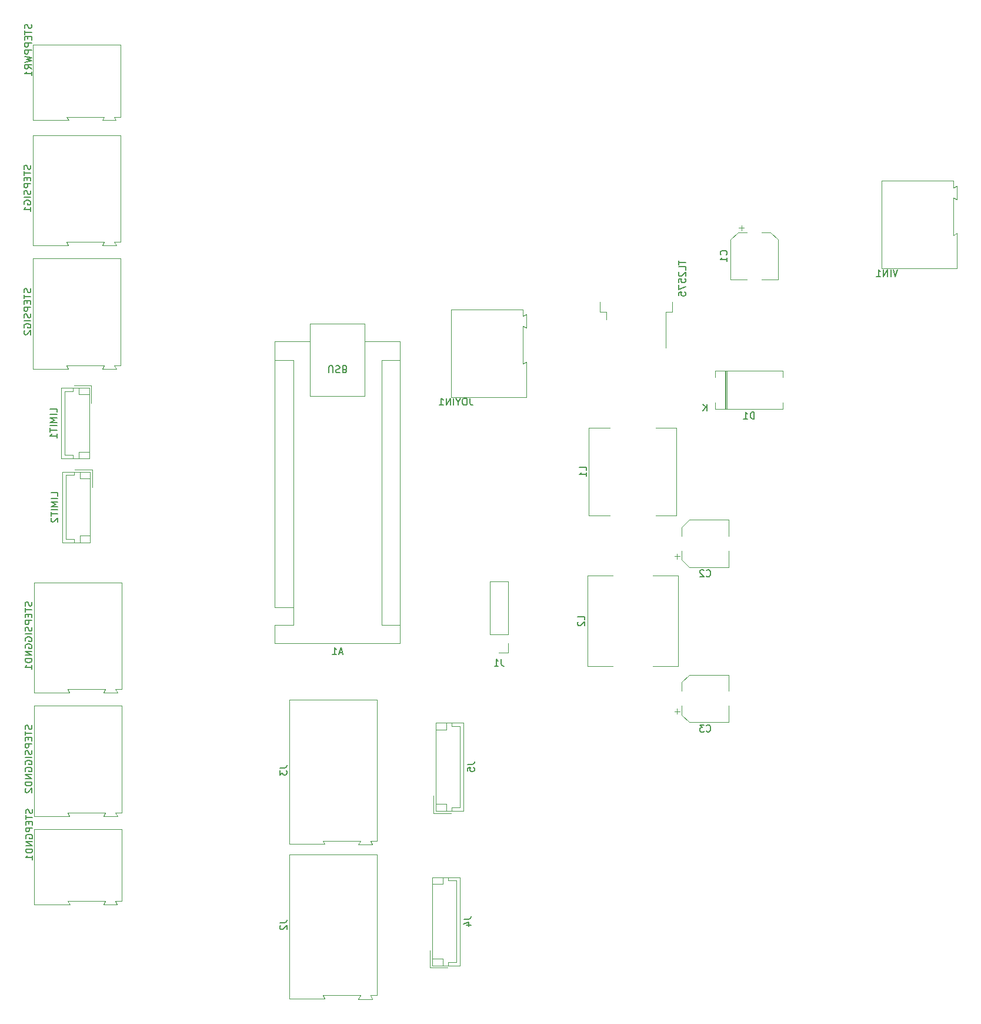
<source format=gbr>
%TF.GenerationSoftware,KiCad,Pcbnew,7.0.7-7.0.7~ubuntu22.04.1*%
%TF.CreationDate,2023-09-22T11:09:07-06:00*%
%TF.ProjectId,stepper_microscope_stage,73746570-7065-4725-9f6d-6963726f7363,1.1*%
%TF.SameCoordinates,Original*%
%TF.FileFunction,Legend,Bot*%
%TF.FilePolarity,Positive*%
%FSLAX46Y46*%
G04 Gerber Fmt 4.6, Leading zero omitted, Abs format (unit mm)*
G04 Created by KiCad (PCBNEW 7.0.7-7.0.7~ubuntu22.04.1) date 2023-09-22 11:09:07*
%MOMM*%
%LPD*%
G01*
G04 APERTURE LIST*
%ADD10C,0.150000*%
%ADD11C,0.120000*%
G04 APERTURE END LIST*
D10*
X67005635Y-97621906D02*
X67005635Y-97145716D01*
X67005635Y-97145716D02*
X66005635Y-97145716D01*
X67005635Y-97955240D02*
X66005635Y-97955240D01*
X67005635Y-98431430D02*
X66005635Y-98431430D01*
X66005635Y-98431430D02*
X66719920Y-98764763D01*
X66719920Y-98764763D02*
X66005635Y-99098096D01*
X66005635Y-99098096D02*
X67005635Y-99098096D01*
X67005635Y-99574287D02*
X66005635Y-99574287D01*
X66005635Y-99907620D02*
X66005635Y-100479048D01*
X67005635Y-100193334D02*
X66005635Y-100193334D01*
X66100873Y-100764763D02*
X66053254Y-100812382D01*
X66053254Y-100812382D02*
X66005635Y-100907620D01*
X66005635Y-100907620D02*
X66005635Y-101145715D01*
X66005635Y-101145715D02*
X66053254Y-101240953D01*
X66053254Y-101240953D02*
X66100873Y-101288572D01*
X66100873Y-101288572D02*
X66196111Y-101336191D01*
X66196111Y-101336191D02*
X66291349Y-101336191D01*
X66291349Y-101336191D02*
X66434206Y-101288572D01*
X66434206Y-101288572D02*
X67005635Y-100717144D01*
X67005635Y-100717144D02*
X67005635Y-101336191D01*
X66844819Y-85521906D02*
X66844819Y-85045716D01*
X66844819Y-85045716D02*
X65844819Y-85045716D01*
X66844819Y-85855240D02*
X65844819Y-85855240D01*
X66844819Y-86331430D02*
X65844819Y-86331430D01*
X65844819Y-86331430D02*
X66559104Y-86664763D01*
X66559104Y-86664763D02*
X65844819Y-86998096D01*
X65844819Y-86998096D02*
X66844819Y-86998096D01*
X66844819Y-87474287D02*
X65844819Y-87474287D01*
X65844819Y-87807620D02*
X65844819Y-88379048D01*
X66844819Y-88093334D02*
X65844819Y-88093334D01*
X66844819Y-89236191D02*
X66844819Y-88664763D01*
X66844819Y-88950477D02*
X65844819Y-88950477D01*
X65844819Y-88950477D02*
X65987676Y-88855239D01*
X65987676Y-88855239D02*
X66082914Y-88760001D01*
X66082914Y-88760001D02*
X66130533Y-88664763D01*
X125954819Y-136216666D02*
X126669104Y-136216666D01*
X126669104Y-136216666D02*
X126811961Y-136169047D01*
X126811961Y-136169047D02*
X126907200Y-136073809D01*
X126907200Y-136073809D02*
X126954819Y-135930952D01*
X126954819Y-135930952D02*
X126954819Y-135835714D01*
X125954819Y-137169047D02*
X125954819Y-136692857D01*
X125954819Y-136692857D02*
X126431009Y-136645238D01*
X126431009Y-136645238D02*
X126383390Y-136692857D01*
X126383390Y-136692857D02*
X126335771Y-136788095D01*
X126335771Y-136788095D02*
X126335771Y-137026190D01*
X126335771Y-137026190D02*
X126383390Y-137121428D01*
X126383390Y-137121428D02*
X126431009Y-137169047D01*
X126431009Y-137169047D02*
X126526247Y-137216666D01*
X126526247Y-137216666D02*
X126764342Y-137216666D01*
X126764342Y-137216666D02*
X126859580Y-137169047D01*
X126859580Y-137169047D02*
X126907200Y-137121428D01*
X126907200Y-137121428D02*
X126954819Y-137026190D01*
X126954819Y-137026190D02*
X126954819Y-136788095D01*
X126954819Y-136788095D02*
X126907200Y-136692857D01*
X126907200Y-136692857D02*
X126859580Y-136645238D01*
X125454819Y-158466666D02*
X126169104Y-158466666D01*
X126169104Y-158466666D02*
X126311961Y-158419047D01*
X126311961Y-158419047D02*
X126407200Y-158323809D01*
X126407200Y-158323809D02*
X126454819Y-158180952D01*
X126454819Y-158180952D02*
X126454819Y-158085714D01*
X125788152Y-159371428D02*
X126454819Y-159371428D01*
X125407200Y-159133333D02*
X126121485Y-158895238D01*
X126121485Y-158895238D02*
X126121485Y-159514285D01*
X160366666Y-131431724D02*
X160414285Y-131479344D01*
X160414285Y-131479344D02*
X160557142Y-131526963D01*
X160557142Y-131526963D02*
X160652380Y-131526963D01*
X160652380Y-131526963D02*
X160795237Y-131479344D01*
X160795237Y-131479344D02*
X160890475Y-131384105D01*
X160890475Y-131384105D02*
X160938094Y-131288867D01*
X160938094Y-131288867D02*
X160985713Y-131098391D01*
X160985713Y-131098391D02*
X160985713Y-130955534D01*
X160985713Y-130955534D02*
X160938094Y-130765058D01*
X160938094Y-130765058D02*
X160890475Y-130669820D01*
X160890475Y-130669820D02*
X160795237Y-130574582D01*
X160795237Y-130574582D02*
X160652380Y-130526963D01*
X160652380Y-130526963D02*
X160557142Y-130526963D01*
X160557142Y-130526963D02*
X160414285Y-130574582D01*
X160414285Y-130574582D02*
X160366666Y-130622201D01*
X160033332Y-130526963D02*
X159414285Y-130526963D01*
X159414285Y-130526963D02*
X159747618Y-130907915D01*
X159747618Y-130907915D02*
X159604761Y-130907915D01*
X159604761Y-130907915D02*
X159509523Y-130955534D01*
X159509523Y-130955534D02*
X159461904Y-131003153D01*
X159461904Y-131003153D02*
X159414285Y-131098391D01*
X159414285Y-131098391D02*
X159414285Y-131336486D01*
X159414285Y-131336486D02*
X159461904Y-131431724D01*
X159461904Y-131431724D02*
X159509523Y-131479344D01*
X159509523Y-131479344D02*
X159604761Y-131526963D01*
X159604761Y-131526963D02*
X159890475Y-131526963D01*
X159890475Y-131526963D02*
X159985713Y-131479344D01*
X159985713Y-131479344D02*
X160033332Y-131431724D01*
X98954819Y-158956666D02*
X99669104Y-158956666D01*
X99669104Y-158956666D02*
X99811961Y-158909047D01*
X99811961Y-158909047D02*
X99907200Y-158813809D01*
X99907200Y-158813809D02*
X99954819Y-158670952D01*
X99954819Y-158670952D02*
X99954819Y-158575714D01*
X99050057Y-159385238D02*
X99002438Y-159432857D01*
X99002438Y-159432857D02*
X98954819Y-159528095D01*
X98954819Y-159528095D02*
X98954819Y-159766190D01*
X98954819Y-159766190D02*
X99002438Y-159861428D01*
X99002438Y-159861428D02*
X99050057Y-159909047D01*
X99050057Y-159909047D02*
X99145295Y-159956666D01*
X99145295Y-159956666D02*
X99240533Y-159956666D01*
X99240533Y-159956666D02*
X99383390Y-159909047D01*
X99383390Y-159909047D02*
X99954819Y-159337619D01*
X99954819Y-159337619D02*
X99954819Y-159956666D01*
X130833333Y-121046963D02*
X130833333Y-121761248D01*
X130833333Y-121761248D02*
X130880952Y-121904105D01*
X130880952Y-121904105D02*
X130976190Y-121999344D01*
X130976190Y-121999344D02*
X131119047Y-122046963D01*
X131119047Y-122046963D02*
X131214285Y-122046963D01*
X129833333Y-122046963D02*
X130404761Y-122046963D01*
X130119047Y-122046963D02*
X130119047Y-121046963D01*
X130119047Y-121046963D02*
X130214285Y-121189820D01*
X130214285Y-121189820D02*
X130309523Y-121285058D01*
X130309523Y-121285058D02*
X130404761Y-121332677D01*
X63218016Y-130588811D02*
X63265635Y-130731668D01*
X63265635Y-130731668D02*
X63265635Y-130969763D01*
X63265635Y-130969763D02*
X63218016Y-131065001D01*
X63218016Y-131065001D02*
X63170396Y-131112620D01*
X63170396Y-131112620D02*
X63075158Y-131160239D01*
X63075158Y-131160239D02*
X62979920Y-131160239D01*
X62979920Y-131160239D02*
X62884682Y-131112620D01*
X62884682Y-131112620D02*
X62837063Y-131065001D01*
X62837063Y-131065001D02*
X62789444Y-130969763D01*
X62789444Y-130969763D02*
X62741825Y-130779287D01*
X62741825Y-130779287D02*
X62694206Y-130684049D01*
X62694206Y-130684049D02*
X62646587Y-130636430D01*
X62646587Y-130636430D02*
X62551349Y-130588811D01*
X62551349Y-130588811D02*
X62456111Y-130588811D01*
X62456111Y-130588811D02*
X62360873Y-130636430D01*
X62360873Y-130636430D02*
X62313254Y-130684049D01*
X62313254Y-130684049D02*
X62265635Y-130779287D01*
X62265635Y-130779287D02*
X62265635Y-131017382D01*
X62265635Y-131017382D02*
X62313254Y-131160239D01*
X62265635Y-131445954D02*
X62265635Y-132017382D01*
X63265635Y-131731668D02*
X62265635Y-131731668D01*
X62741825Y-132350716D02*
X62741825Y-132684049D01*
X63265635Y-132826906D02*
X63265635Y-132350716D01*
X63265635Y-132350716D02*
X62265635Y-132350716D01*
X62265635Y-132350716D02*
X62265635Y-132826906D01*
X63265635Y-133255478D02*
X62265635Y-133255478D01*
X62265635Y-133255478D02*
X62265635Y-133636430D01*
X62265635Y-133636430D02*
X62313254Y-133731668D01*
X62313254Y-133731668D02*
X62360873Y-133779287D01*
X62360873Y-133779287D02*
X62456111Y-133826906D01*
X62456111Y-133826906D02*
X62598968Y-133826906D01*
X62598968Y-133826906D02*
X62694206Y-133779287D01*
X62694206Y-133779287D02*
X62741825Y-133731668D01*
X62741825Y-133731668D02*
X62789444Y-133636430D01*
X62789444Y-133636430D02*
X62789444Y-133255478D01*
X63218016Y-134207859D02*
X63265635Y-134350716D01*
X63265635Y-134350716D02*
X63265635Y-134588811D01*
X63265635Y-134588811D02*
X63218016Y-134684049D01*
X63218016Y-134684049D02*
X63170396Y-134731668D01*
X63170396Y-134731668D02*
X63075158Y-134779287D01*
X63075158Y-134779287D02*
X62979920Y-134779287D01*
X62979920Y-134779287D02*
X62884682Y-134731668D01*
X62884682Y-134731668D02*
X62837063Y-134684049D01*
X62837063Y-134684049D02*
X62789444Y-134588811D01*
X62789444Y-134588811D02*
X62741825Y-134398335D01*
X62741825Y-134398335D02*
X62694206Y-134303097D01*
X62694206Y-134303097D02*
X62646587Y-134255478D01*
X62646587Y-134255478D02*
X62551349Y-134207859D01*
X62551349Y-134207859D02*
X62456111Y-134207859D01*
X62456111Y-134207859D02*
X62360873Y-134255478D01*
X62360873Y-134255478D02*
X62313254Y-134303097D01*
X62313254Y-134303097D02*
X62265635Y-134398335D01*
X62265635Y-134398335D02*
X62265635Y-134636430D01*
X62265635Y-134636430D02*
X62313254Y-134779287D01*
X63265635Y-135207859D02*
X62265635Y-135207859D01*
X62313254Y-136207858D02*
X62265635Y-136112620D01*
X62265635Y-136112620D02*
X62265635Y-135969763D01*
X62265635Y-135969763D02*
X62313254Y-135826906D01*
X62313254Y-135826906D02*
X62408492Y-135731668D01*
X62408492Y-135731668D02*
X62503730Y-135684049D01*
X62503730Y-135684049D02*
X62694206Y-135636430D01*
X62694206Y-135636430D02*
X62837063Y-135636430D01*
X62837063Y-135636430D02*
X63027539Y-135684049D01*
X63027539Y-135684049D02*
X63122777Y-135731668D01*
X63122777Y-135731668D02*
X63218016Y-135826906D01*
X63218016Y-135826906D02*
X63265635Y-135969763D01*
X63265635Y-135969763D02*
X63265635Y-136065001D01*
X63265635Y-136065001D02*
X63218016Y-136207858D01*
X63218016Y-136207858D02*
X63170396Y-136255477D01*
X63170396Y-136255477D02*
X62837063Y-136255477D01*
X62837063Y-136255477D02*
X62837063Y-136065001D01*
X62313254Y-137207858D02*
X62265635Y-137112620D01*
X62265635Y-137112620D02*
X62265635Y-136969763D01*
X62265635Y-136969763D02*
X62313254Y-136826906D01*
X62313254Y-136826906D02*
X62408492Y-136731668D01*
X62408492Y-136731668D02*
X62503730Y-136684049D01*
X62503730Y-136684049D02*
X62694206Y-136636430D01*
X62694206Y-136636430D02*
X62837063Y-136636430D01*
X62837063Y-136636430D02*
X63027539Y-136684049D01*
X63027539Y-136684049D02*
X63122777Y-136731668D01*
X63122777Y-136731668D02*
X63218016Y-136826906D01*
X63218016Y-136826906D02*
X63265635Y-136969763D01*
X63265635Y-136969763D02*
X63265635Y-137065001D01*
X63265635Y-137065001D02*
X63218016Y-137207858D01*
X63218016Y-137207858D02*
X63170396Y-137255477D01*
X63170396Y-137255477D02*
X62837063Y-137255477D01*
X62837063Y-137255477D02*
X62837063Y-137065001D01*
X63265635Y-137684049D02*
X62265635Y-137684049D01*
X62265635Y-137684049D02*
X63265635Y-138255477D01*
X63265635Y-138255477D02*
X62265635Y-138255477D01*
X63265635Y-138731668D02*
X62265635Y-138731668D01*
X62265635Y-138731668D02*
X62265635Y-138969763D01*
X62265635Y-138969763D02*
X62313254Y-139112620D01*
X62313254Y-139112620D02*
X62408492Y-139207858D01*
X62408492Y-139207858D02*
X62503730Y-139255477D01*
X62503730Y-139255477D02*
X62694206Y-139303096D01*
X62694206Y-139303096D02*
X62837063Y-139303096D01*
X62837063Y-139303096D02*
X63027539Y-139255477D01*
X63027539Y-139255477D02*
X63122777Y-139207858D01*
X63122777Y-139207858D02*
X63218016Y-139112620D01*
X63218016Y-139112620D02*
X63265635Y-138969763D01*
X63265635Y-138969763D02*
X63265635Y-138731668D01*
X62360873Y-139684049D02*
X62313254Y-139731668D01*
X62313254Y-139731668D02*
X62265635Y-139826906D01*
X62265635Y-139826906D02*
X62265635Y-140065001D01*
X62265635Y-140065001D02*
X62313254Y-140160239D01*
X62313254Y-140160239D02*
X62360873Y-140207858D01*
X62360873Y-140207858D02*
X62456111Y-140255477D01*
X62456111Y-140255477D02*
X62551349Y-140255477D01*
X62551349Y-140255477D02*
X62694206Y-140207858D01*
X62694206Y-140207858D02*
X63265635Y-139636430D01*
X63265635Y-139636430D02*
X63265635Y-140255477D01*
X63057200Y-50012620D02*
X63104819Y-50155477D01*
X63104819Y-50155477D02*
X63104819Y-50393572D01*
X63104819Y-50393572D02*
X63057200Y-50488810D01*
X63057200Y-50488810D02*
X63009580Y-50536429D01*
X63009580Y-50536429D02*
X62914342Y-50584048D01*
X62914342Y-50584048D02*
X62819104Y-50584048D01*
X62819104Y-50584048D02*
X62723866Y-50536429D01*
X62723866Y-50536429D02*
X62676247Y-50488810D01*
X62676247Y-50488810D02*
X62628628Y-50393572D01*
X62628628Y-50393572D02*
X62581009Y-50203096D01*
X62581009Y-50203096D02*
X62533390Y-50107858D01*
X62533390Y-50107858D02*
X62485771Y-50060239D01*
X62485771Y-50060239D02*
X62390533Y-50012620D01*
X62390533Y-50012620D02*
X62295295Y-50012620D01*
X62295295Y-50012620D02*
X62200057Y-50060239D01*
X62200057Y-50060239D02*
X62152438Y-50107858D01*
X62152438Y-50107858D02*
X62104819Y-50203096D01*
X62104819Y-50203096D02*
X62104819Y-50441191D01*
X62104819Y-50441191D02*
X62152438Y-50584048D01*
X62104819Y-50869763D02*
X62104819Y-51441191D01*
X63104819Y-51155477D02*
X62104819Y-51155477D01*
X62581009Y-51774525D02*
X62581009Y-52107858D01*
X63104819Y-52250715D02*
X63104819Y-51774525D01*
X63104819Y-51774525D02*
X62104819Y-51774525D01*
X62104819Y-51774525D02*
X62104819Y-52250715D01*
X63104819Y-52679287D02*
X62104819Y-52679287D01*
X62104819Y-52679287D02*
X62104819Y-53060239D01*
X62104819Y-53060239D02*
X62152438Y-53155477D01*
X62152438Y-53155477D02*
X62200057Y-53203096D01*
X62200057Y-53203096D02*
X62295295Y-53250715D01*
X62295295Y-53250715D02*
X62438152Y-53250715D01*
X62438152Y-53250715D02*
X62533390Y-53203096D01*
X62533390Y-53203096D02*
X62581009Y-53155477D01*
X62581009Y-53155477D02*
X62628628Y-53060239D01*
X62628628Y-53060239D02*
X62628628Y-52679287D01*
X63057200Y-53631668D02*
X63104819Y-53774525D01*
X63104819Y-53774525D02*
X63104819Y-54012620D01*
X63104819Y-54012620D02*
X63057200Y-54107858D01*
X63057200Y-54107858D02*
X63009580Y-54155477D01*
X63009580Y-54155477D02*
X62914342Y-54203096D01*
X62914342Y-54203096D02*
X62819104Y-54203096D01*
X62819104Y-54203096D02*
X62723866Y-54155477D01*
X62723866Y-54155477D02*
X62676247Y-54107858D01*
X62676247Y-54107858D02*
X62628628Y-54012620D01*
X62628628Y-54012620D02*
X62581009Y-53822144D01*
X62581009Y-53822144D02*
X62533390Y-53726906D01*
X62533390Y-53726906D02*
X62485771Y-53679287D01*
X62485771Y-53679287D02*
X62390533Y-53631668D01*
X62390533Y-53631668D02*
X62295295Y-53631668D01*
X62295295Y-53631668D02*
X62200057Y-53679287D01*
X62200057Y-53679287D02*
X62152438Y-53726906D01*
X62152438Y-53726906D02*
X62104819Y-53822144D01*
X62104819Y-53822144D02*
X62104819Y-54060239D01*
X62104819Y-54060239D02*
X62152438Y-54203096D01*
X63104819Y-54631668D02*
X62104819Y-54631668D01*
X62152438Y-55631667D02*
X62104819Y-55536429D01*
X62104819Y-55536429D02*
X62104819Y-55393572D01*
X62104819Y-55393572D02*
X62152438Y-55250715D01*
X62152438Y-55250715D02*
X62247676Y-55155477D01*
X62247676Y-55155477D02*
X62342914Y-55107858D01*
X62342914Y-55107858D02*
X62533390Y-55060239D01*
X62533390Y-55060239D02*
X62676247Y-55060239D01*
X62676247Y-55060239D02*
X62866723Y-55107858D01*
X62866723Y-55107858D02*
X62961961Y-55155477D01*
X62961961Y-55155477D02*
X63057200Y-55250715D01*
X63057200Y-55250715D02*
X63104819Y-55393572D01*
X63104819Y-55393572D02*
X63104819Y-55488810D01*
X63104819Y-55488810D02*
X63057200Y-55631667D01*
X63057200Y-55631667D02*
X63009580Y-55679286D01*
X63009580Y-55679286D02*
X62676247Y-55679286D01*
X62676247Y-55679286D02*
X62676247Y-55488810D01*
X63104819Y-56631667D02*
X63104819Y-56060239D01*
X63104819Y-56345953D02*
X62104819Y-56345953D01*
X62104819Y-56345953D02*
X62247676Y-56250715D01*
X62247676Y-56250715D02*
X62342914Y-56155477D01*
X62342914Y-56155477D02*
X62390533Y-56060239D01*
X156354819Y-63726906D02*
X156354819Y-64298334D01*
X157354819Y-64012620D02*
X156354819Y-64012620D01*
X157354819Y-65107858D02*
X157354819Y-64631668D01*
X157354819Y-64631668D02*
X156354819Y-64631668D01*
X156450057Y-65393573D02*
X156402438Y-65441192D01*
X156402438Y-65441192D02*
X156354819Y-65536430D01*
X156354819Y-65536430D02*
X156354819Y-65774525D01*
X156354819Y-65774525D02*
X156402438Y-65869763D01*
X156402438Y-65869763D02*
X156450057Y-65917382D01*
X156450057Y-65917382D02*
X156545295Y-65965001D01*
X156545295Y-65965001D02*
X156640533Y-65965001D01*
X156640533Y-65965001D02*
X156783390Y-65917382D01*
X156783390Y-65917382D02*
X157354819Y-65345954D01*
X157354819Y-65345954D02*
X157354819Y-65965001D01*
X156354819Y-66869763D02*
X156354819Y-66393573D01*
X156354819Y-66393573D02*
X156831009Y-66345954D01*
X156831009Y-66345954D02*
X156783390Y-66393573D01*
X156783390Y-66393573D02*
X156735771Y-66488811D01*
X156735771Y-66488811D02*
X156735771Y-66726906D01*
X156735771Y-66726906D02*
X156783390Y-66822144D01*
X156783390Y-66822144D02*
X156831009Y-66869763D01*
X156831009Y-66869763D02*
X156926247Y-66917382D01*
X156926247Y-66917382D02*
X157164342Y-66917382D01*
X157164342Y-66917382D02*
X157259580Y-66869763D01*
X157259580Y-66869763D02*
X157307200Y-66822144D01*
X157307200Y-66822144D02*
X157354819Y-66726906D01*
X157354819Y-66726906D02*
X157354819Y-66488811D01*
X157354819Y-66488811D02*
X157307200Y-66393573D01*
X157307200Y-66393573D02*
X157259580Y-66345954D01*
X156354819Y-67250716D02*
X156354819Y-67917382D01*
X156354819Y-67917382D02*
X157354819Y-67488811D01*
X156354819Y-68774525D02*
X156354819Y-68298335D01*
X156354819Y-68298335D02*
X156831009Y-68250716D01*
X156831009Y-68250716D02*
X156783390Y-68298335D01*
X156783390Y-68298335D02*
X156735771Y-68393573D01*
X156735771Y-68393573D02*
X156735771Y-68631668D01*
X156735771Y-68631668D02*
X156783390Y-68726906D01*
X156783390Y-68726906D02*
X156831009Y-68774525D01*
X156831009Y-68774525D02*
X156926247Y-68822144D01*
X156926247Y-68822144D02*
X157164342Y-68822144D01*
X157164342Y-68822144D02*
X157259580Y-68774525D01*
X157259580Y-68774525D02*
X157307200Y-68726906D01*
X157307200Y-68726906D02*
X157354819Y-68631668D01*
X157354819Y-68631668D02*
X157354819Y-68393573D01*
X157354819Y-68393573D02*
X157307200Y-68298335D01*
X157307200Y-68298335D02*
X157259580Y-68250716D01*
X63318016Y-142663096D02*
X63365635Y-142805953D01*
X63365635Y-142805953D02*
X63365635Y-143044048D01*
X63365635Y-143044048D02*
X63318016Y-143139286D01*
X63318016Y-143139286D02*
X63270396Y-143186905D01*
X63270396Y-143186905D02*
X63175158Y-143234524D01*
X63175158Y-143234524D02*
X63079920Y-143234524D01*
X63079920Y-143234524D02*
X62984682Y-143186905D01*
X62984682Y-143186905D02*
X62937063Y-143139286D01*
X62937063Y-143139286D02*
X62889444Y-143044048D01*
X62889444Y-143044048D02*
X62841825Y-142853572D01*
X62841825Y-142853572D02*
X62794206Y-142758334D01*
X62794206Y-142758334D02*
X62746587Y-142710715D01*
X62746587Y-142710715D02*
X62651349Y-142663096D01*
X62651349Y-142663096D02*
X62556111Y-142663096D01*
X62556111Y-142663096D02*
X62460873Y-142710715D01*
X62460873Y-142710715D02*
X62413254Y-142758334D01*
X62413254Y-142758334D02*
X62365635Y-142853572D01*
X62365635Y-142853572D02*
X62365635Y-143091667D01*
X62365635Y-143091667D02*
X62413254Y-143234524D01*
X62365635Y-143520239D02*
X62365635Y-144091667D01*
X63365635Y-143805953D02*
X62365635Y-143805953D01*
X62841825Y-144425001D02*
X62841825Y-144758334D01*
X63365635Y-144901191D02*
X63365635Y-144425001D01*
X63365635Y-144425001D02*
X62365635Y-144425001D01*
X62365635Y-144425001D02*
X62365635Y-144901191D01*
X63365635Y-145329763D02*
X62365635Y-145329763D01*
X62365635Y-145329763D02*
X62365635Y-145710715D01*
X62365635Y-145710715D02*
X62413254Y-145805953D01*
X62413254Y-145805953D02*
X62460873Y-145853572D01*
X62460873Y-145853572D02*
X62556111Y-145901191D01*
X62556111Y-145901191D02*
X62698968Y-145901191D01*
X62698968Y-145901191D02*
X62794206Y-145853572D01*
X62794206Y-145853572D02*
X62841825Y-145805953D01*
X62841825Y-145805953D02*
X62889444Y-145710715D01*
X62889444Y-145710715D02*
X62889444Y-145329763D01*
X62413254Y-146853572D02*
X62365635Y-146758334D01*
X62365635Y-146758334D02*
X62365635Y-146615477D01*
X62365635Y-146615477D02*
X62413254Y-146472620D01*
X62413254Y-146472620D02*
X62508492Y-146377382D01*
X62508492Y-146377382D02*
X62603730Y-146329763D01*
X62603730Y-146329763D02*
X62794206Y-146282144D01*
X62794206Y-146282144D02*
X62937063Y-146282144D01*
X62937063Y-146282144D02*
X63127539Y-146329763D01*
X63127539Y-146329763D02*
X63222777Y-146377382D01*
X63222777Y-146377382D02*
X63318016Y-146472620D01*
X63318016Y-146472620D02*
X63365635Y-146615477D01*
X63365635Y-146615477D02*
X63365635Y-146710715D01*
X63365635Y-146710715D02*
X63318016Y-146853572D01*
X63318016Y-146853572D02*
X63270396Y-146901191D01*
X63270396Y-146901191D02*
X62937063Y-146901191D01*
X62937063Y-146901191D02*
X62937063Y-146710715D01*
X63365635Y-147329763D02*
X62365635Y-147329763D01*
X62365635Y-147329763D02*
X63365635Y-147901191D01*
X63365635Y-147901191D02*
X62365635Y-147901191D01*
X63365635Y-148377382D02*
X62365635Y-148377382D01*
X62365635Y-148377382D02*
X62365635Y-148615477D01*
X62365635Y-148615477D02*
X62413254Y-148758334D01*
X62413254Y-148758334D02*
X62508492Y-148853572D01*
X62508492Y-148853572D02*
X62603730Y-148901191D01*
X62603730Y-148901191D02*
X62794206Y-148948810D01*
X62794206Y-148948810D02*
X62937063Y-148948810D01*
X62937063Y-148948810D02*
X63127539Y-148901191D01*
X63127539Y-148901191D02*
X63222777Y-148853572D01*
X63222777Y-148853572D02*
X63318016Y-148758334D01*
X63318016Y-148758334D02*
X63365635Y-148615477D01*
X63365635Y-148615477D02*
X63365635Y-148377382D01*
X63365635Y-149901191D02*
X63365635Y-149329763D01*
X63365635Y-149615477D02*
X62365635Y-149615477D01*
X62365635Y-149615477D02*
X62508492Y-149520239D01*
X62508492Y-149520239D02*
X62603730Y-149425001D01*
X62603730Y-149425001D02*
X62651349Y-149329763D01*
X63218016Y-112838811D02*
X63265635Y-112981668D01*
X63265635Y-112981668D02*
X63265635Y-113219763D01*
X63265635Y-113219763D02*
X63218016Y-113315001D01*
X63218016Y-113315001D02*
X63170396Y-113362620D01*
X63170396Y-113362620D02*
X63075158Y-113410239D01*
X63075158Y-113410239D02*
X62979920Y-113410239D01*
X62979920Y-113410239D02*
X62884682Y-113362620D01*
X62884682Y-113362620D02*
X62837063Y-113315001D01*
X62837063Y-113315001D02*
X62789444Y-113219763D01*
X62789444Y-113219763D02*
X62741825Y-113029287D01*
X62741825Y-113029287D02*
X62694206Y-112934049D01*
X62694206Y-112934049D02*
X62646587Y-112886430D01*
X62646587Y-112886430D02*
X62551349Y-112838811D01*
X62551349Y-112838811D02*
X62456111Y-112838811D01*
X62456111Y-112838811D02*
X62360873Y-112886430D01*
X62360873Y-112886430D02*
X62313254Y-112934049D01*
X62313254Y-112934049D02*
X62265635Y-113029287D01*
X62265635Y-113029287D02*
X62265635Y-113267382D01*
X62265635Y-113267382D02*
X62313254Y-113410239D01*
X62265635Y-113695954D02*
X62265635Y-114267382D01*
X63265635Y-113981668D02*
X62265635Y-113981668D01*
X62741825Y-114600716D02*
X62741825Y-114934049D01*
X63265635Y-115076906D02*
X63265635Y-114600716D01*
X63265635Y-114600716D02*
X62265635Y-114600716D01*
X62265635Y-114600716D02*
X62265635Y-115076906D01*
X63265635Y-115505478D02*
X62265635Y-115505478D01*
X62265635Y-115505478D02*
X62265635Y-115886430D01*
X62265635Y-115886430D02*
X62313254Y-115981668D01*
X62313254Y-115981668D02*
X62360873Y-116029287D01*
X62360873Y-116029287D02*
X62456111Y-116076906D01*
X62456111Y-116076906D02*
X62598968Y-116076906D01*
X62598968Y-116076906D02*
X62694206Y-116029287D01*
X62694206Y-116029287D02*
X62741825Y-115981668D01*
X62741825Y-115981668D02*
X62789444Y-115886430D01*
X62789444Y-115886430D02*
X62789444Y-115505478D01*
X63218016Y-116457859D02*
X63265635Y-116600716D01*
X63265635Y-116600716D02*
X63265635Y-116838811D01*
X63265635Y-116838811D02*
X63218016Y-116934049D01*
X63218016Y-116934049D02*
X63170396Y-116981668D01*
X63170396Y-116981668D02*
X63075158Y-117029287D01*
X63075158Y-117029287D02*
X62979920Y-117029287D01*
X62979920Y-117029287D02*
X62884682Y-116981668D01*
X62884682Y-116981668D02*
X62837063Y-116934049D01*
X62837063Y-116934049D02*
X62789444Y-116838811D01*
X62789444Y-116838811D02*
X62741825Y-116648335D01*
X62741825Y-116648335D02*
X62694206Y-116553097D01*
X62694206Y-116553097D02*
X62646587Y-116505478D01*
X62646587Y-116505478D02*
X62551349Y-116457859D01*
X62551349Y-116457859D02*
X62456111Y-116457859D01*
X62456111Y-116457859D02*
X62360873Y-116505478D01*
X62360873Y-116505478D02*
X62313254Y-116553097D01*
X62313254Y-116553097D02*
X62265635Y-116648335D01*
X62265635Y-116648335D02*
X62265635Y-116886430D01*
X62265635Y-116886430D02*
X62313254Y-117029287D01*
X63265635Y-117457859D02*
X62265635Y-117457859D01*
X62313254Y-118457858D02*
X62265635Y-118362620D01*
X62265635Y-118362620D02*
X62265635Y-118219763D01*
X62265635Y-118219763D02*
X62313254Y-118076906D01*
X62313254Y-118076906D02*
X62408492Y-117981668D01*
X62408492Y-117981668D02*
X62503730Y-117934049D01*
X62503730Y-117934049D02*
X62694206Y-117886430D01*
X62694206Y-117886430D02*
X62837063Y-117886430D01*
X62837063Y-117886430D02*
X63027539Y-117934049D01*
X63027539Y-117934049D02*
X63122777Y-117981668D01*
X63122777Y-117981668D02*
X63218016Y-118076906D01*
X63218016Y-118076906D02*
X63265635Y-118219763D01*
X63265635Y-118219763D02*
X63265635Y-118315001D01*
X63265635Y-118315001D02*
X63218016Y-118457858D01*
X63218016Y-118457858D02*
X63170396Y-118505477D01*
X63170396Y-118505477D02*
X62837063Y-118505477D01*
X62837063Y-118505477D02*
X62837063Y-118315001D01*
X62313254Y-119457858D02*
X62265635Y-119362620D01*
X62265635Y-119362620D02*
X62265635Y-119219763D01*
X62265635Y-119219763D02*
X62313254Y-119076906D01*
X62313254Y-119076906D02*
X62408492Y-118981668D01*
X62408492Y-118981668D02*
X62503730Y-118934049D01*
X62503730Y-118934049D02*
X62694206Y-118886430D01*
X62694206Y-118886430D02*
X62837063Y-118886430D01*
X62837063Y-118886430D02*
X63027539Y-118934049D01*
X63027539Y-118934049D02*
X63122777Y-118981668D01*
X63122777Y-118981668D02*
X63218016Y-119076906D01*
X63218016Y-119076906D02*
X63265635Y-119219763D01*
X63265635Y-119219763D02*
X63265635Y-119315001D01*
X63265635Y-119315001D02*
X63218016Y-119457858D01*
X63218016Y-119457858D02*
X63170396Y-119505477D01*
X63170396Y-119505477D02*
X62837063Y-119505477D01*
X62837063Y-119505477D02*
X62837063Y-119315001D01*
X63265635Y-119934049D02*
X62265635Y-119934049D01*
X62265635Y-119934049D02*
X63265635Y-120505477D01*
X63265635Y-120505477D02*
X62265635Y-120505477D01*
X63265635Y-120981668D02*
X62265635Y-120981668D01*
X62265635Y-120981668D02*
X62265635Y-121219763D01*
X62265635Y-121219763D02*
X62313254Y-121362620D01*
X62313254Y-121362620D02*
X62408492Y-121457858D01*
X62408492Y-121457858D02*
X62503730Y-121505477D01*
X62503730Y-121505477D02*
X62694206Y-121553096D01*
X62694206Y-121553096D02*
X62837063Y-121553096D01*
X62837063Y-121553096D02*
X63027539Y-121505477D01*
X63027539Y-121505477D02*
X63122777Y-121457858D01*
X63122777Y-121457858D02*
X63218016Y-121362620D01*
X63218016Y-121362620D02*
X63265635Y-121219763D01*
X63265635Y-121219763D02*
X63265635Y-120981668D01*
X63265635Y-122505477D02*
X63265635Y-121934049D01*
X63265635Y-122219763D02*
X62265635Y-122219763D01*
X62265635Y-122219763D02*
X62408492Y-122124525D01*
X62408492Y-122124525D02*
X62503730Y-122029287D01*
X62503730Y-122029287D02*
X62551349Y-121934049D01*
X143104819Y-93905477D02*
X143104819Y-93429287D01*
X143104819Y-93429287D02*
X142104819Y-93429287D01*
X143104819Y-94762620D02*
X143104819Y-94191192D01*
X143104819Y-94476906D02*
X142104819Y-94476906D01*
X142104819Y-94476906D02*
X142247676Y-94381668D01*
X142247676Y-94381668D02*
X142342914Y-94286430D01*
X142342914Y-94286430D02*
X142390533Y-94191192D01*
X63157200Y-29765477D02*
X63204819Y-29908334D01*
X63204819Y-29908334D02*
X63204819Y-30146429D01*
X63204819Y-30146429D02*
X63157200Y-30241667D01*
X63157200Y-30241667D02*
X63109580Y-30289286D01*
X63109580Y-30289286D02*
X63014342Y-30336905D01*
X63014342Y-30336905D02*
X62919104Y-30336905D01*
X62919104Y-30336905D02*
X62823866Y-30289286D01*
X62823866Y-30289286D02*
X62776247Y-30241667D01*
X62776247Y-30241667D02*
X62728628Y-30146429D01*
X62728628Y-30146429D02*
X62681009Y-29955953D01*
X62681009Y-29955953D02*
X62633390Y-29860715D01*
X62633390Y-29860715D02*
X62585771Y-29813096D01*
X62585771Y-29813096D02*
X62490533Y-29765477D01*
X62490533Y-29765477D02*
X62395295Y-29765477D01*
X62395295Y-29765477D02*
X62300057Y-29813096D01*
X62300057Y-29813096D02*
X62252438Y-29860715D01*
X62252438Y-29860715D02*
X62204819Y-29955953D01*
X62204819Y-29955953D02*
X62204819Y-30194048D01*
X62204819Y-30194048D02*
X62252438Y-30336905D01*
X62204819Y-30622620D02*
X62204819Y-31194048D01*
X63204819Y-30908334D02*
X62204819Y-30908334D01*
X62681009Y-31527382D02*
X62681009Y-31860715D01*
X63204819Y-32003572D02*
X63204819Y-31527382D01*
X63204819Y-31527382D02*
X62204819Y-31527382D01*
X62204819Y-31527382D02*
X62204819Y-32003572D01*
X63204819Y-32432144D02*
X62204819Y-32432144D01*
X62204819Y-32432144D02*
X62204819Y-32813096D01*
X62204819Y-32813096D02*
X62252438Y-32908334D01*
X62252438Y-32908334D02*
X62300057Y-32955953D01*
X62300057Y-32955953D02*
X62395295Y-33003572D01*
X62395295Y-33003572D02*
X62538152Y-33003572D01*
X62538152Y-33003572D02*
X62633390Y-32955953D01*
X62633390Y-32955953D02*
X62681009Y-32908334D01*
X62681009Y-32908334D02*
X62728628Y-32813096D01*
X62728628Y-32813096D02*
X62728628Y-32432144D01*
X63204819Y-33432144D02*
X62204819Y-33432144D01*
X62204819Y-33432144D02*
X62204819Y-33813096D01*
X62204819Y-33813096D02*
X62252438Y-33908334D01*
X62252438Y-33908334D02*
X62300057Y-33955953D01*
X62300057Y-33955953D02*
X62395295Y-34003572D01*
X62395295Y-34003572D02*
X62538152Y-34003572D01*
X62538152Y-34003572D02*
X62633390Y-33955953D01*
X62633390Y-33955953D02*
X62681009Y-33908334D01*
X62681009Y-33908334D02*
X62728628Y-33813096D01*
X62728628Y-33813096D02*
X62728628Y-33432144D01*
X62204819Y-34336906D02*
X63204819Y-34575001D01*
X63204819Y-34575001D02*
X62490533Y-34765477D01*
X62490533Y-34765477D02*
X63204819Y-34955953D01*
X63204819Y-34955953D02*
X62204819Y-35194049D01*
X63204819Y-36146429D02*
X62728628Y-35813096D01*
X63204819Y-35575001D02*
X62204819Y-35575001D01*
X62204819Y-35575001D02*
X62204819Y-35955953D01*
X62204819Y-35955953D02*
X62252438Y-36051191D01*
X62252438Y-36051191D02*
X62300057Y-36098810D01*
X62300057Y-36098810D02*
X62395295Y-36146429D01*
X62395295Y-36146429D02*
X62538152Y-36146429D01*
X62538152Y-36146429D02*
X62633390Y-36098810D01*
X62633390Y-36098810D02*
X62681009Y-36051191D01*
X62681009Y-36051191D02*
X62728628Y-35955953D01*
X62728628Y-35955953D02*
X62728628Y-35575001D01*
X63204819Y-37098810D02*
X63204819Y-36527382D01*
X63204819Y-36813096D02*
X62204819Y-36813096D01*
X62204819Y-36813096D02*
X62347676Y-36717858D01*
X62347676Y-36717858D02*
X62442914Y-36622620D01*
X62442914Y-36622620D02*
X62490533Y-36527382D01*
X167238094Y-86496963D02*
X167238094Y-85496963D01*
X167238094Y-85496963D02*
X166999999Y-85496963D01*
X166999999Y-85496963D02*
X166857142Y-85544582D01*
X166857142Y-85544582D02*
X166761904Y-85639820D01*
X166761904Y-85639820D02*
X166714285Y-85735058D01*
X166714285Y-85735058D02*
X166666666Y-85925534D01*
X166666666Y-85925534D02*
X166666666Y-86068391D01*
X166666666Y-86068391D02*
X166714285Y-86258867D01*
X166714285Y-86258867D02*
X166761904Y-86354105D01*
X166761904Y-86354105D02*
X166857142Y-86449344D01*
X166857142Y-86449344D02*
X166999999Y-86496963D01*
X166999999Y-86496963D02*
X167238094Y-86496963D01*
X165714285Y-86496963D02*
X166285713Y-86496963D01*
X165999999Y-86496963D02*
X165999999Y-85496963D01*
X165999999Y-85496963D02*
X166095237Y-85639820D01*
X166095237Y-85639820D02*
X166190475Y-85735058D01*
X166190475Y-85735058D02*
X166285713Y-85782677D01*
X160411904Y-85376963D02*
X160411904Y-84376963D01*
X159840476Y-85376963D02*
X160269047Y-84805534D01*
X159840476Y-84376963D02*
X160411904Y-84948391D01*
X107974285Y-120121248D02*
X107498095Y-120121248D01*
X108069523Y-120406963D02*
X107736190Y-119406963D01*
X107736190Y-119406963D02*
X107402857Y-120406963D01*
X106545714Y-120406963D02*
X107117142Y-120406963D01*
X106831428Y-120406963D02*
X106831428Y-119406963D01*
X106831428Y-119406963D02*
X106926666Y-119549820D01*
X106926666Y-119549820D02*
X107021904Y-119645058D01*
X107021904Y-119645058D02*
X107117142Y-119692677D01*
X105998095Y-79857324D02*
X105998095Y-79047801D01*
X105998095Y-79047801D02*
X106045714Y-78952563D01*
X106045714Y-78952563D02*
X106093333Y-78904944D01*
X106093333Y-78904944D02*
X106188571Y-78857324D01*
X106188571Y-78857324D02*
X106379047Y-78857324D01*
X106379047Y-78857324D02*
X106474285Y-78904944D01*
X106474285Y-78904944D02*
X106521904Y-78952563D01*
X106521904Y-78952563D02*
X106569523Y-79047801D01*
X106569523Y-79047801D02*
X106569523Y-79857324D01*
X106998095Y-78904944D02*
X107140952Y-78857324D01*
X107140952Y-78857324D02*
X107379047Y-78857324D01*
X107379047Y-78857324D02*
X107474285Y-78904944D01*
X107474285Y-78904944D02*
X107521904Y-78952563D01*
X107521904Y-78952563D02*
X107569523Y-79047801D01*
X107569523Y-79047801D02*
X107569523Y-79143039D01*
X107569523Y-79143039D02*
X107521904Y-79238277D01*
X107521904Y-79238277D02*
X107474285Y-79285896D01*
X107474285Y-79285896D02*
X107379047Y-79333515D01*
X107379047Y-79333515D02*
X107188571Y-79381134D01*
X107188571Y-79381134D02*
X107093333Y-79428753D01*
X107093333Y-79428753D02*
X107045714Y-79476372D01*
X107045714Y-79476372D02*
X106998095Y-79571610D01*
X106998095Y-79571610D02*
X106998095Y-79666848D01*
X106998095Y-79666848D02*
X107045714Y-79762086D01*
X107045714Y-79762086D02*
X107093333Y-79809705D01*
X107093333Y-79809705D02*
X107188571Y-79857324D01*
X107188571Y-79857324D02*
X107426666Y-79857324D01*
X107426666Y-79857324D02*
X107569523Y-79809705D01*
X108331428Y-79381134D02*
X108474285Y-79333515D01*
X108474285Y-79333515D02*
X108521904Y-79285896D01*
X108521904Y-79285896D02*
X108569523Y-79190658D01*
X108569523Y-79190658D02*
X108569523Y-79047801D01*
X108569523Y-79047801D02*
X108521904Y-78952563D01*
X108521904Y-78952563D02*
X108474285Y-78904944D01*
X108474285Y-78904944D02*
X108379047Y-78857324D01*
X108379047Y-78857324D02*
X107998095Y-78857324D01*
X107998095Y-78857324D02*
X107998095Y-79857324D01*
X107998095Y-79857324D02*
X108331428Y-79857324D01*
X108331428Y-79857324D02*
X108426666Y-79809705D01*
X108426666Y-79809705D02*
X108474285Y-79762086D01*
X108474285Y-79762086D02*
X108521904Y-79666848D01*
X108521904Y-79666848D02*
X108521904Y-79571610D01*
X108521904Y-79571610D02*
X108474285Y-79476372D01*
X108474285Y-79476372D02*
X108426666Y-79428753D01*
X108426666Y-79428753D02*
X108331428Y-79381134D01*
X108331428Y-79381134D02*
X107998095Y-79381134D01*
X126347618Y-83516963D02*
X126347618Y-84231248D01*
X126347618Y-84231248D02*
X126395237Y-84374105D01*
X126395237Y-84374105D02*
X126490475Y-84469344D01*
X126490475Y-84469344D02*
X126633332Y-84516963D01*
X126633332Y-84516963D02*
X126728570Y-84516963D01*
X125680951Y-83516963D02*
X125490475Y-83516963D01*
X125490475Y-83516963D02*
X125395237Y-83564582D01*
X125395237Y-83564582D02*
X125299999Y-83659820D01*
X125299999Y-83659820D02*
X125252380Y-83850296D01*
X125252380Y-83850296D02*
X125252380Y-84183629D01*
X125252380Y-84183629D02*
X125299999Y-84374105D01*
X125299999Y-84374105D02*
X125395237Y-84469344D01*
X125395237Y-84469344D02*
X125490475Y-84516963D01*
X125490475Y-84516963D02*
X125680951Y-84516963D01*
X125680951Y-84516963D02*
X125776189Y-84469344D01*
X125776189Y-84469344D02*
X125871427Y-84374105D01*
X125871427Y-84374105D02*
X125919046Y-84183629D01*
X125919046Y-84183629D02*
X125919046Y-83850296D01*
X125919046Y-83850296D02*
X125871427Y-83659820D01*
X125871427Y-83659820D02*
X125776189Y-83564582D01*
X125776189Y-83564582D02*
X125680951Y-83516963D01*
X124633332Y-84040772D02*
X124633332Y-84516963D01*
X124966665Y-83516963D02*
X124633332Y-84040772D01*
X124633332Y-84040772D02*
X124299999Y-83516963D01*
X123966665Y-84516963D02*
X123966665Y-83516963D01*
X123490475Y-84516963D02*
X123490475Y-83516963D01*
X123490475Y-83516963D02*
X122919047Y-84516963D01*
X122919047Y-84516963D02*
X122919047Y-83516963D01*
X121919047Y-84516963D02*
X122490475Y-84516963D01*
X122204761Y-84516963D02*
X122204761Y-83516963D01*
X122204761Y-83516963D02*
X122299999Y-83659820D01*
X122299999Y-83659820D02*
X122395237Y-83755058D01*
X122395237Y-83755058D02*
X122490475Y-83802677D01*
X142804819Y-115405477D02*
X142804819Y-114929287D01*
X142804819Y-114929287D02*
X141804819Y-114929287D01*
X141900057Y-115691192D02*
X141852438Y-115738811D01*
X141852438Y-115738811D02*
X141804819Y-115834049D01*
X141804819Y-115834049D02*
X141804819Y-116072144D01*
X141804819Y-116072144D02*
X141852438Y-116167382D01*
X141852438Y-116167382D02*
X141900057Y-116215001D01*
X141900057Y-116215001D02*
X141995295Y-116262620D01*
X141995295Y-116262620D02*
X142090533Y-116262620D01*
X142090533Y-116262620D02*
X142233390Y-116215001D01*
X142233390Y-116215001D02*
X142804819Y-115643573D01*
X142804819Y-115643573D02*
X142804819Y-116262620D01*
X163259580Y-62905477D02*
X163307200Y-62857858D01*
X163307200Y-62857858D02*
X163354819Y-62715001D01*
X163354819Y-62715001D02*
X163354819Y-62619763D01*
X163354819Y-62619763D02*
X163307200Y-62476906D01*
X163307200Y-62476906D02*
X163211961Y-62381668D01*
X163211961Y-62381668D02*
X163116723Y-62334049D01*
X163116723Y-62334049D02*
X162926247Y-62286430D01*
X162926247Y-62286430D02*
X162783390Y-62286430D01*
X162783390Y-62286430D02*
X162592914Y-62334049D01*
X162592914Y-62334049D02*
X162497676Y-62381668D01*
X162497676Y-62381668D02*
X162402438Y-62476906D01*
X162402438Y-62476906D02*
X162354819Y-62619763D01*
X162354819Y-62619763D02*
X162354819Y-62715001D01*
X162354819Y-62715001D02*
X162402438Y-62857858D01*
X162402438Y-62857858D02*
X162450057Y-62905477D01*
X163354819Y-63857858D02*
X163354819Y-63286430D01*
X163354819Y-63572144D02*
X162354819Y-63572144D01*
X162354819Y-63572144D02*
X162497676Y-63476906D01*
X162497676Y-63476906D02*
X162592914Y-63381668D01*
X162592914Y-63381668D02*
X162640533Y-63286430D01*
X63057200Y-67762620D02*
X63104819Y-67905477D01*
X63104819Y-67905477D02*
X63104819Y-68143572D01*
X63104819Y-68143572D02*
X63057200Y-68238810D01*
X63057200Y-68238810D02*
X63009580Y-68286429D01*
X63009580Y-68286429D02*
X62914342Y-68334048D01*
X62914342Y-68334048D02*
X62819104Y-68334048D01*
X62819104Y-68334048D02*
X62723866Y-68286429D01*
X62723866Y-68286429D02*
X62676247Y-68238810D01*
X62676247Y-68238810D02*
X62628628Y-68143572D01*
X62628628Y-68143572D02*
X62581009Y-67953096D01*
X62581009Y-67953096D02*
X62533390Y-67857858D01*
X62533390Y-67857858D02*
X62485771Y-67810239D01*
X62485771Y-67810239D02*
X62390533Y-67762620D01*
X62390533Y-67762620D02*
X62295295Y-67762620D01*
X62295295Y-67762620D02*
X62200057Y-67810239D01*
X62200057Y-67810239D02*
X62152438Y-67857858D01*
X62152438Y-67857858D02*
X62104819Y-67953096D01*
X62104819Y-67953096D02*
X62104819Y-68191191D01*
X62104819Y-68191191D02*
X62152438Y-68334048D01*
X62104819Y-68619763D02*
X62104819Y-69191191D01*
X63104819Y-68905477D02*
X62104819Y-68905477D01*
X62581009Y-69524525D02*
X62581009Y-69857858D01*
X63104819Y-70000715D02*
X63104819Y-69524525D01*
X63104819Y-69524525D02*
X62104819Y-69524525D01*
X62104819Y-69524525D02*
X62104819Y-70000715D01*
X63104819Y-70429287D02*
X62104819Y-70429287D01*
X62104819Y-70429287D02*
X62104819Y-70810239D01*
X62104819Y-70810239D02*
X62152438Y-70905477D01*
X62152438Y-70905477D02*
X62200057Y-70953096D01*
X62200057Y-70953096D02*
X62295295Y-71000715D01*
X62295295Y-71000715D02*
X62438152Y-71000715D01*
X62438152Y-71000715D02*
X62533390Y-70953096D01*
X62533390Y-70953096D02*
X62581009Y-70905477D01*
X62581009Y-70905477D02*
X62628628Y-70810239D01*
X62628628Y-70810239D02*
X62628628Y-70429287D01*
X63057200Y-71381668D02*
X63104819Y-71524525D01*
X63104819Y-71524525D02*
X63104819Y-71762620D01*
X63104819Y-71762620D02*
X63057200Y-71857858D01*
X63057200Y-71857858D02*
X63009580Y-71905477D01*
X63009580Y-71905477D02*
X62914342Y-71953096D01*
X62914342Y-71953096D02*
X62819104Y-71953096D01*
X62819104Y-71953096D02*
X62723866Y-71905477D01*
X62723866Y-71905477D02*
X62676247Y-71857858D01*
X62676247Y-71857858D02*
X62628628Y-71762620D01*
X62628628Y-71762620D02*
X62581009Y-71572144D01*
X62581009Y-71572144D02*
X62533390Y-71476906D01*
X62533390Y-71476906D02*
X62485771Y-71429287D01*
X62485771Y-71429287D02*
X62390533Y-71381668D01*
X62390533Y-71381668D02*
X62295295Y-71381668D01*
X62295295Y-71381668D02*
X62200057Y-71429287D01*
X62200057Y-71429287D02*
X62152438Y-71476906D01*
X62152438Y-71476906D02*
X62104819Y-71572144D01*
X62104819Y-71572144D02*
X62104819Y-71810239D01*
X62104819Y-71810239D02*
X62152438Y-71953096D01*
X63104819Y-72381668D02*
X62104819Y-72381668D01*
X62152438Y-73381667D02*
X62104819Y-73286429D01*
X62104819Y-73286429D02*
X62104819Y-73143572D01*
X62104819Y-73143572D02*
X62152438Y-73000715D01*
X62152438Y-73000715D02*
X62247676Y-72905477D01*
X62247676Y-72905477D02*
X62342914Y-72857858D01*
X62342914Y-72857858D02*
X62533390Y-72810239D01*
X62533390Y-72810239D02*
X62676247Y-72810239D01*
X62676247Y-72810239D02*
X62866723Y-72857858D01*
X62866723Y-72857858D02*
X62961961Y-72905477D01*
X62961961Y-72905477D02*
X63057200Y-73000715D01*
X63057200Y-73000715D02*
X63104819Y-73143572D01*
X63104819Y-73143572D02*
X63104819Y-73238810D01*
X63104819Y-73238810D02*
X63057200Y-73381667D01*
X63057200Y-73381667D02*
X63009580Y-73429286D01*
X63009580Y-73429286D02*
X62676247Y-73429286D01*
X62676247Y-73429286D02*
X62676247Y-73238810D01*
X62200057Y-73810239D02*
X62152438Y-73857858D01*
X62152438Y-73857858D02*
X62104819Y-73953096D01*
X62104819Y-73953096D02*
X62104819Y-74191191D01*
X62104819Y-74191191D02*
X62152438Y-74286429D01*
X62152438Y-74286429D02*
X62200057Y-74334048D01*
X62200057Y-74334048D02*
X62295295Y-74381667D01*
X62295295Y-74381667D02*
X62390533Y-74381667D01*
X62390533Y-74381667D02*
X62533390Y-74334048D01*
X62533390Y-74334048D02*
X63104819Y-73762620D01*
X63104819Y-73762620D02*
X63104819Y-74381667D01*
X98954819Y-136706666D02*
X99669104Y-136706666D01*
X99669104Y-136706666D02*
X99811961Y-136659047D01*
X99811961Y-136659047D02*
X99907200Y-136563809D01*
X99907200Y-136563809D02*
X99954819Y-136420952D01*
X99954819Y-136420952D02*
X99954819Y-136325714D01*
X98954819Y-137087619D02*
X98954819Y-137706666D01*
X98954819Y-137706666D02*
X99335771Y-137373333D01*
X99335771Y-137373333D02*
X99335771Y-137516190D01*
X99335771Y-137516190D02*
X99383390Y-137611428D01*
X99383390Y-137611428D02*
X99431009Y-137659047D01*
X99431009Y-137659047D02*
X99526247Y-137706666D01*
X99526247Y-137706666D02*
X99764342Y-137706666D01*
X99764342Y-137706666D02*
X99859580Y-137659047D01*
X99859580Y-137659047D02*
X99907200Y-137611428D01*
X99907200Y-137611428D02*
X99954819Y-137516190D01*
X99954819Y-137516190D02*
X99954819Y-137230476D01*
X99954819Y-137230476D02*
X99907200Y-137135238D01*
X99907200Y-137135238D02*
X99859580Y-137087619D01*
X160366666Y-109131724D02*
X160414285Y-109179344D01*
X160414285Y-109179344D02*
X160557142Y-109226963D01*
X160557142Y-109226963D02*
X160652380Y-109226963D01*
X160652380Y-109226963D02*
X160795237Y-109179344D01*
X160795237Y-109179344D02*
X160890475Y-109084105D01*
X160890475Y-109084105D02*
X160938094Y-108988867D01*
X160938094Y-108988867D02*
X160985713Y-108798391D01*
X160985713Y-108798391D02*
X160985713Y-108655534D01*
X160985713Y-108655534D02*
X160938094Y-108465058D01*
X160938094Y-108465058D02*
X160890475Y-108369820D01*
X160890475Y-108369820D02*
X160795237Y-108274582D01*
X160795237Y-108274582D02*
X160652380Y-108226963D01*
X160652380Y-108226963D02*
X160557142Y-108226963D01*
X160557142Y-108226963D02*
X160414285Y-108274582D01*
X160414285Y-108274582D02*
X160366666Y-108322201D01*
X159985713Y-108322201D02*
X159938094Y-108274582D01*
X159938094Y-108274582D02*
X159842856Y-108226963D01*
X159842856Y-108226963D02*
X159604761Y-108226963D01*
X159604761Y-108226963D02*
X159509523Y-108274582D01*
X159509523Y-108274582D02*
X159461904Y-108322201D01*
X159461904Y-108322201D02*
X159414285Y-108417439D01*
X159414285Y-108417439D02*
X159414285Y-108512677D01*
X159414285Y-108512677D02*
X159461904Y-108655534D01*
X159461904Y-108655534D02*
X160033332Y-109226963D01*
X160033332Y-109226963D02*
X159414285Y-109226963D01*
X187901427Y-65016963D02*
X187568094Y-66016963D01*
X187568094Y-66016963D02*
X187234761Y-65016963D01*
X186901427Y-66016963D02*
X186901427Y-65016963D01*
X186425237Y-66016963D02*
X186425237Y-65016963D01*
X186425237Y-65016963D02*
X185853809Y-66016963D01*
X185853809Y-66016963D02*
X185853809Y-65016963D01*
X184853809Y-66016963D02*
X185425237Y-66016963D01*
X185139523Y-66016963D02*
X185139523Y-65016963D01*
X185139523Y-65016963D02*
X185234761Y-65159820D01*
X185234761Y-65159820D02*
X185329999Y-65255058D01*
X185329999Y-65255058D02*
X185425237Y-65302677D01*
D11*
%TO.C,LIMIT2*%
X71660816Y-94107144D02*
X71660816Y-104327144D01*
X69350816Y-103827144D02*
X69350816Y-104327144D01*
X70160816Y-103327144D02*
X71660816Y-103327144D01*
X68140816Y-103827144D02*
X69350816Y-103827144D01*
X69460816Y-93807144D02*
X71960816Y-93807144D01*
X70160816Y-104327144D02*
X70160816Y-103327144D01*
X69350816Y-94607144D02*
X68140816Y-94607144D01*
X71960816Y-93807144D02*
X71960816Y-96307144D01*
X67640816Y-104327144D02*
X67640816Y-94107144D01*
X70160816Y-94107144D02*
X70160816Y-95107144D01*
X70160816Y-95107144D02*
X71660816Y-95107144D01*
X67640816Y-94107144D02*
X71660816Y-94107144D01*
X69350816Y-94107144D02*
X69350816Y-94607144D01*
X71660816Y-104327144D02*
X67640816Y-104327144D01*
X68140816Y-94607144D02*
X68140816Y-103827144D01*
%TO.C,LIMIT1*%
X71500000Y-82007144D02*
X71500000Y-92227144D01*
X69190000Y-91727144D02*
X69190000Y-92227144D01*
X70000000Y-91227144D02*
X71500000Y-91227144D01*
X67980000Y-91727144D02*
X69190000Y-91727144D01*
X69300000Y-81707144D02*
X71800000Y-81707144D01*
X70000000Y-92227144D02*
X70000000Y-91227144D01*
X69190000Y-82507144D02*
X67980000Y-82507144D01*
X71800000Y-81707144D02*
X71800000Y-84207144D01*
X67480000Y-92227144D02*
X67480000Y-82007144D01*
X70000000Y-82007144D02*
X70000000Y-83007144D01*
X70000000Y-83007144D02*
X71500000Y-83007144D01*
X67480000Y-82007144D02*
X71500000Y-82007144D01*
X69190000Y-82007144D02*
X69190000Y-82507144D01*
X71500000Y-92227144D02*
X67480000Y-92227144D01*
X67980000Y-82507144D02*
X67980000Y-91727144D01*
%TO.C,J5*%
X125410000Y-142910000D02*
X121390000Y-142910000D01*
X125410000Y-130190000D02*
X125410000Y-142910000D01*
X122890000Y-130190000D02*
X122890000Y-131190000D01*
X124910000Y-130690000D02*
X123700000Y-130690000D01*
X122890000Y-142910000D02*
X122890000Y-141910000D01*
X123700000Y-142410000D02*
X124910000Y-142410000D01*
X122890000Y-131190000D02*
X121390000Y-131190000D01*
X123700000Y-130690000D02*
X123700000Y-130190000D01*
X124910000Y-142410000D02*
X124910000Y-130690000D01*
X122890000Y-141910000D02*
X121390000Y-141910000D01*
X121390000Y-130190000D02*
X125410000Y-130190000D01*
X123700000Y-142910000D02*
X123700000Y-142410000D01*
X123590000Y-143210000D02*
X121090000Y-143210000D01*
X121390000Y-142910000D02*
X121390000Y-130190000D01*
X121090000Y-143210000D02*
X121090000Y-140710000D01*
%TO.C,J4*%
X124910000Y-165160000D02*
X120890000Y-165160000D01*
X124910000Y-152440000D02*
X124910000Y-165160000D01*
X122390000Y-152440000D02*
X122390000Y-153440000D01*
X124410000Y-152940000D02*
X123200000Y-152940000D01*
X122390000Y-165160000D02*
X122390000Y-164160000D01*
X123200000Y-164660000D02*
X124410000Y-164660000D01*
X122390000Y-153440000D02*
X120890000Y-153440000D01*
X123200000Y-152940000D02*
X123200000Y-152440000D01*
X124410000Y-164660000D02*
X124410000Y-152940000D01*
X122390000Y-164160000D02*
X120890000Y-164160000D01*
X120890000Y-152440000D02*
X124910000Y-152440000D01*
X123200000Y-165160000D02*
X123200000Y-164660000D01*
X123090000Y-165460000D02*
X120590000Y-165460000D01*
X120890000Y-165160000D02*
X120890000Y-152440000D01*
X120590000Y-165460000D02*
X120590000Y-162960000D01*
%TO.C,C3*%
X155762500Y-128569644D02*
X156550000Y-128569644D01*
X156156250Y-128963394D02*
X156156250Y-128175894D01*
X156790000Y-124376581D02*
X156790000Y-125662144D01*
X156790000Y-124376581D02*
X157854437Y-123312144D01*
X156790000Y-129067707D02*
X156790000Y-127782144D01*
X156790000Y-129067707D02*
X157854437Y-130132144D01*
X157854437Y-123312144D02*
X163610000Y-123312144D01*
X157854437Y-130132144D02*
X163610000Y-130132144D01*
X163610000Y-123312144D02*
X163610000Y-125662144D01*
X163610000Y-130132144D02*
X163610000Y-127782144D01*
%TO.C,J2*%
X112950000Y-149140000D02*
X100350000Y-149140000D01*
X100350000Y-149140000D02*
X100350000Y-169940000D01*
X112950000Y-169440000D02*
X112950000Y-149140000D01*
X112000000Y-169440000D02*
X112950000Y-169440000D01*
X110550000Y-169440000D02*
X110250000Y-169990000D01*
X105150000Y-169440000D02*
X110550000Y-169440000D01*
X105400000Y-169940000D02*
X105150000Y-169440000D01*
X100350000Y-169940000D02*
X105400000Y-169940000D01*
X112300000Y-169990000D02*
X112000000Y-169440000D01*
X110250000Y-169990000D02*
X112300000Y-169990000D01*
%TO.C,J1*%
X129170000Y-109872144D02*
X131830000Y-109872144D01*
X129170000Y-117552144D02*
X129170000Y-109872144D01*
X129170000Y-117552144D02*
X131830000Y-117552144D01*
X130500000Y-120152144D02*
X131830000Y-120152144D01*
X131830000Y-117552144D02*
X131830000Y-109872144D01*
X131830000Y-120152144D02*
X131830000Y-118822144D01*
%TO.C,STEPSIGGND2*%
X76210816Y-127772144D02*
X76210816Y-143172144D01*
X63610816Y-127772144D02*
X76210816Y-127772144D01*
X76210816Y-143172144D02*
X75260816Y-143172144D01*
X75260816Y-143172144D02*
X75560816Y-143672144D01*
X73810816Y-143172144D02*
X68410816Y-143172144D01*
X68410816Y-143172144D02*
X68660816Y-143672144D01*
X75560816Y-143672144D02*
X73560816Y-143672144D01*
X73560816Y-143672144D02*
X73810816Y-143172144D01*
X68660816Y-143672144D02*
X63610816Y-143672144D01*
X63610816Y-143672144D02*
X63610816Y-127772144D01*
%TO.C,STEPSIG1*%
X76050000Y-45672144D02*
X76050000Y-61072144D01*
X63450000Y-45672144D02*
X76050000Y-45672144D01*
X76050000Y-61072144D02*
X75100000Y-61072144D01*
X75100000Y-61072144D02*
X75400000Y-61572144D01*
X73650000Y-61072144D02*
X68250000Y-61072144D01*
X68250000Y-61072144D02*
X68500000Y-61572144D01*
X75400000Y-61572144D02*
X73400000Y-61572144D01*
X73400000Y-61572144D02*
X73650000Y-61072144D01*
X68500000Y-61572144D02*
X63450000Y-61572144D01*
X63450000Y-61572144D02*
X63450000Y-45672144D01*
%TO.C,TL2575*%
X145050000Y-71147144D02*
X146000000Y-71147144D01*
X146000000Y-71147144D02*
X146000000Y-72247144D01*
X154500000Y-71147144D02*
X154500000Y-76272144D01*
X155450000Y-71147144D02*
X154500000Y-71147144D01*
X145050000Y-69647144D02*
X145050000Y-71147144D01*
X155450000Y-69647144D02*
X155450000Y-71147144D01*
%TO.C,STEPGND1*%
X76200816Y-145552144D02*
X76200816Y-155902144D01*
X63600816Y-145552144D02*
X76200816Y-145552144D01*
X76200816Y-155902144D02*
X75250816Y-155902144D01*
X75250816Y-155902144D02*
X75500816Y-156402144D01*
X73800816Y-155902144D02*
X68400816Y-155902144D01*
X68400816Y-155902144D02*
X68700816Y-156402144D01*
X75500816Y-156402144D02*
X73600816Y-156402144D01*
X73600816Y-156402144D02*
X73550816Y-156402144D01*
X73550816Y-156402144D02*
X73800816Y-155902144D01*
X68700816Y-156402144D02*
X63600816Y-156402144D01*
X63600816Y-156402144D02*
X63600816Y-145552144D01*
%TO.C,STEPSIGGND1*%
X76210816Y-110022144D02*
X76210816Y-125422144D01*
X63610816Y-110022144D02*
X76210816Y-110022144D01*
X76210816Y-125422144D02*
X75260816Y-125422144D01*
X75260816Y-125422144D02*
X75560816Y-125922144D01*
X73810816Y-125422144D02*
X68410816Y-125422144D01*
X68410816Y-125422144D02*
X68660816Y-125922144D01*
X75560816Y-125922144D02*
X73560816Y-125922144D01*
X73560816Y-125922144D02*
X73810816Y-125422144D01*
X68660816Y-125922144D02*
X63610816Y-125922144D01*
X63610816Y-125922144D02*
X63610816Y-110022144D01*
%TO.C,L1*%
X156050000Y-87772144D02*
X153050000Y-87772144D01*
X146450000Y-87772144D02*
X143450000Y-87772144D01*
X143450000Y-87772144D02*
X143450000Y-100372144D01*
X156050000Y-100372144D02*
X156050000Y-87772144D01*
X153050000Y-100372144D02*
X156050000Y-100372144D01*
X143450000Y-100372144D02*
X146450000Y-100372144D01*
%TO.C,STEPPWR1*%
X76040000Y-32702144D02*
X76040000Y-43052144D01*
X63440000Y-32702144D02*
X76040000Y-32702144D01*
X76040000Y-43052144D02*
X75090000Y-43052144D01*
X75090000Y-43052144D02*
X75340000Y-43552144D01*
X73640000Y-43052144D02*
X68240000Y-43052144D01*
X68240000Y-43052144D02*
X68540000Y-43552144D01*
X75340000Y-43552144D02*
X73440000Y-43552144D01*
X73440000Y-43552144D02*
X73390000Y-43552144D01*
X73390000Y-43552144D02*
X73640000Y-43052144D01*
X68540000Y-43552144D02*
X63440000Y-43552144D01*
X63440000Y-43552144D02*
X63440000Y-32702144D01*
%TO.C,D1*%
X161630000Y-79602144D02*
X171370000Y-79602144D01*
X161630000Y-80482144D02*
X161630000Y-79602144D01*
X161630000Y-84162144D02*
X161630000Y-85042144D01*
X161630000Y-85042144D02*
X171370000Y-85042144D01*
X163055000Y-85042144D02*
X163055000Y-79602144D01*
X163175000Y-85042144D02*
X163175000Y-79602144D01*
X163295000Y-85042144D02*
X163295000Y-79602144D01*
X171370000Y-79602144D02*
X171370000Y-80482144D01*
X171370000Y-85042144D02*
X171370000Y-84162144D01*
%TO.C,A1*%
X98240000Y-75372144D02*
X103320000Y-75372144D01*
X98240000Y-113602144D02*
X98240000Y-75372144D01*
X98240000Y-118812144D02*
X98240000Y-116142144D01*
X100910000Y-78042144D02*
X98240000Y-78042144D01*
X100910000Y-113602144D02*
X98240000Y-113602144D01*
X100910000Y-113602144D02*
X100910000Y-78042144D01*
X100910000Y-113602144D02*
X100910000Y-116142144D01*
X100910000Y-116142144D02*
X98240000Y-116142144D01*
X103320000Y-72832144D02*
X103320000Y-83252144D01*
X103320000Y-83252144D02*
X111200000Y-83252144D01*
X111200000Y-72832144D02*
X103320000Y-72832144D01*
X111200000Y-83252144D02*
X111200000Y-72832144D01*
X113610000Y-78042144D02*
X116280000Y-78042144D01*
X113610000Y-116142144D02*
X113610000Y-78042144D01*
X113610000Y-116142144D02*
X116280000Y-116142144D01*
X116280000Y-75372144D02*
X111200000Y-75372144D01*
X116280000Y-75372144D02*
X116280000Y-118812144D01*
X116280000Y-118812144D02*
X98240000Y-118812144D01*
%TO.C,JOYIN1*%
X123570000Y-70772144D02*
X133920000Y-70772144D01*
X123570000Y-83372144D02*
X123570000Y-70772144D01*
X133920000Y-70772144D02*
X133920000Y-71722144D01*
X133920000Y-71722144D02*
X134420000Y-71472144D01*
X133920000Y-73172144D02*
X133920000Y-78572144D01*
X133920000Y-78572144D02*
X134420000Y-78272144D01*
X134420000Y-71472144D02*
X134420000Y-73372144D01*
X134420000Y-73372144D02*
X134420000Y-73422144D01*
X134420000Y-73422144D02*
X133920000Y-73172144D01*
X134420000Y-78272144D02*
X134420000Y-83372144D01*
X134420000Y-83372144D02*
X123570000Y-83372144D01*
%TO.C,L2*%
X156250000Y-109072144D02*
X156250000Y-122072144D01*
X152650000Y-109072144D02*
X156250000Y-109072144D01*
X146850000Y-109072144D02*
X143250000Y-109072144D01*
X143250000Y-109072144D02*
X143250000Y-122072144D01*
X156250000Y-122072144D02*
X152650000Y-122072144D01*
X143250000Y-122072144D02*
X146850000Y-122072144D01*
%TO.C,C1*%
X165402500Y-58634644D02*
X165402500Y-59422144D01*
X165008750Y-59028394D02*
X165796250Y-59028394D01*
X169595563Y-59662144D02*
X168310000Y-59662144D01*
X169595563Y-59662144D02*
X170660000Y-60726581D01*
X164904437Y-59662144D02*
X166190000Y-59662144D01*
X164904437Y-59662144D02*
X163840000Y-60726581D01*
X170660000Y-60726581D02*
X170660000Y-66482144D01*
X163840000Y-60726581D02*
X163840000Y-66482144D01*
X170660000Y-66482144D02*
X168310000Y-66482144D01*
X163840000Y-66482144D02*
X166190000Y-66482144D01*
%TO.C,STEPSIG2*%
X76050000Y-63422144D02*
X76050000Y-78822144D01*
X63450000Y-63422144D02*
X76050000Y-63422144D01*
X76050000Y-78822144D02*
X75100000Y-78822144D01*
X75100000Y-78822144D02*
X75400000Y-79322144D01*
X73650000Y-78822144D02*
X68250000Y-78822144D01*
X68250000Y-78822144D02*
X68500000Y-79322144D01*
X75400000Y-79322144D02*
X73400000Y-79322144D01*
X73400000Y-79322144D02*
X73650000Y-78822144D01*
X68500000Y-79322144D02*
X63450000Y-79322144D01*
X63450000Y-79322144D02*
X63450000Y-63422144D01*
%TO.C,J3*%
X112950000Y-126890000D02*
X100350000Y-126890000D01*
X100350000Y-126890000D02*
X100350000Y-147690000D01*
X112950000Y-147190000D02*
X112950000Y-126890000D01*
X112000000Y-147190000D02*
X112950000Y-147190000D01*
X110550000Y-147190000D02*
X110250000Y-147740000D01*
X105150000Y-147190000D02*
X110550000Y-147190000D01*
X105400000Y-147690000D02*
X105150000Y-147190000D01*
X100350000Y-147690000D02*
X105400000Y-147690000D01*
X112300000Y-147740000D02*
X112000000Y-147190000D01*
X110250000Y-147740000D02*
X112300000Y-147740000D01*
%TO.C,C2*%
X155762500Y-106269644D02*
X156550000Y-106269644D01*
X156156250Y-106663394D02*
X156156250Y-105875894D01*
X156790000Y-102076581D02*
X156790000Y-103362144D01*
X156790000Y-102076581D02*
X157854437Y-101012144D01*
X156790000Y-106767707D02*
X156790000Y-105482144D01*
X156790000Y-106767707D02*
X157854437Y-107832144D01*
X157854437Y-101012144D02*
X163610000Y-101012144D01*
X157854437Y-107832144D02*
X163610000Y-107832144D01*
X163610000Y-101012144D02*
X163610000Y-103362144D01*
X163610000Y-107832144D02*
X163610000Y-105482144D01*
%TO.C,VIN1*%
X185600000Y-52272144D02*
X195950000Y-52272144D01*
X185600000Y-64872144D02*
X185600000Y-52272144D01*
X195950000Y-52272144D02*
X195950000Y-53222144D01*
X195950000Y-53222144D02*
X196450000Y-52972144D01*
X195950000Y-54672144D02*
X195950000Y-60072144D01*
X195950000Y-60072144D02*
X196450000Y-59772144D01*
X196450000Y-52972144D02*
X196450000Y-54872144D01*
X196450000Y-54872144D02*
X196450000Y-54922144D01*
X196450000Y-54922144D02*
X195950000Y-54672144D01*
X196450000Y-59772144D02*
X196450000Y-64872144D01*
X196450000Y-64872144D02*
X185600000Y-64872144D01*
%TD*%
M02*

</source>
